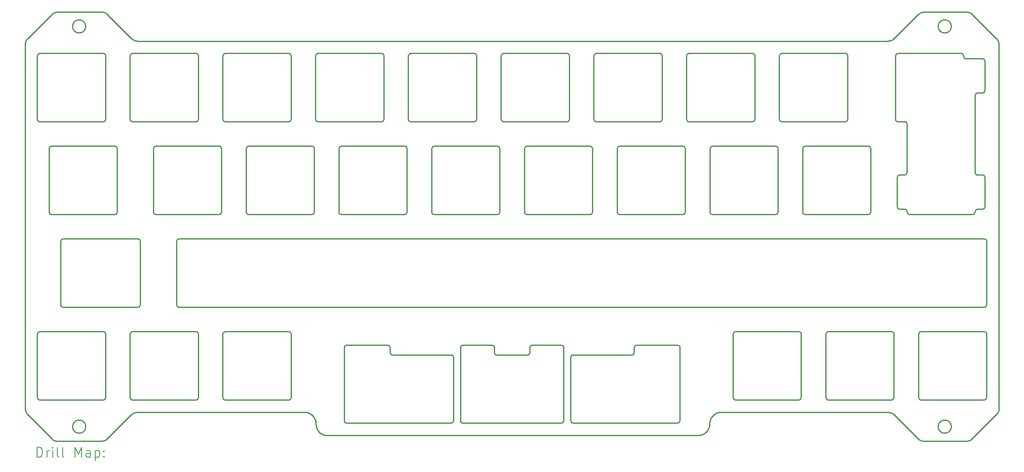
<source format=gbr>
%TF.GenerationSoftware,KiCad,Pcbnew,7.0.6*%
%TF.CreationDate,2023-12-03T00:16:22-05:00*%
%TF.ProjectId,dual-stagger-cutiepie-plate,6475616c-2d73-4746-9167-6765722d6375,rev?*%
%TF.SameCoordinates,PX2fb0968PY80063eb*%
%TF.FileFunction,Drillmap*%
%TF.FilePolarity,Positive*%
%FSLAX45Y45*%
G04 Gerber Fmt 4.5, Leading zero omitted, Abs format (unit mm)*
G04 Created by KiCad (PCBNEW 7.0.6) date 2023-12-03 00:16:22*
%MOMM*%
%LPD*%
G01*
G04 APERTURE LIST*
%ADD10C,0.250000*%
%ADD11C,0.200000*%
G04 APERTURE END LIST*
D10*
X18111914Y4722430D02*
X18104675Y4748357D01*
X18085747Y4766395D01*
X18061914Y4772430D01*
X18111914Y4713730D02*
X18111914Y4722430D01*
X18161914Y4663730D02*
X18135987Y4670969D01*
X18117949Y4689897D01*
X18111914Y4713730D01*
X19461914Y4663730D02*
X18161914Y4663730D01*
X19511914Y4713730D02*
X19504675Y4687803D01*
X19485747Y4669765D01*
X19461914Y4663730D01*
X19511914Y4722430D02*
X19511914Y4713730D01*
X19561914Y4772430D02*
X19535987Y4765192D01*
X19517949Y4746263D01*
X19511914Y4722430D01*
X19661914Y4772430D02*
X19561914Y4772430D01*
X19711914Y4822430D02*
X19704675Y4796503D01*
X19685747Y4778465D01*
X19661914Y4772430D01*
X19711914Y5422430D02*
X19711914Y4822430D01*
X19661914Y5472430D02*
X19687841Y5465192D01*
X19705879Y5446263D01*
X19711914Y5422430D01*
X19561914Y5472430D02*
X19661914Y5472430D01*
X19511914Y5522430D02*
X19519153Y5496503D01*
X19538081Y5478465D01*
X19561914Y5472430D01*
X19511914Y7110030D02*
X19511914Y5522430D01*
X19561914Y7160030D02*
X19535987Y7152791D01*
X19517949Y7133863D01*
X19511914Y7110030D01*
X19661914Y7160030D02*
X19561914Y7160030D01*
X19711914Y7210030D02*
X19704675Y7184103D01*
X19685747Y7166065D01*
X19661914Y7160030D01*
X19711914Y7810030D02*
X19711914Y7210030D01*
X19661914Y7860030D02*
X19687841Y7852791D01*
X19705879Y7833863D01*
X19711914Y7810030D01*
X19323789Y7860030D02*
X19661914Y7860030D01*
X19273789Y7910030D02*
X19281028Y7884103D01*
X19299956Y7866065D01*
X19323789Y7860030D01*
X19273789Y7919230D02*
X19273789Y7910030D01*
X19223789Y7969230D02*
X19249716Y7961991D01*
X19267754Y7943063D01*
X19273789Y7919230D01*
X17923789Y7969230D02*
X19223789Y7969230D01*
X17873789Y7919230D02*
X17881028Y7945157D01*
X17899956Y7963195D01*
X17923789Y7969230D01*
X17873789Y6618730D02*
X17873789Y7919230D01*
X17923789Y6568730D02*
X17897862Y6575969D01*
X17879824Y6594897D01*
X17873789Y6618730D01*
X18061914Y6568730D02*
X17923789Y6568730D01*
X18111914Y6518730D02*
X18104675Y6544657D01*
X18085747Y6562695D01*
X18061914Y6568730D01*
X18111890Y5522726D02*
X18111914Y6518730D01*
X18061890Y5472726D02*
X18087817Y5479965D01*
X18105856Y5498893D01*
X18111890Y5522726D01*
X17961914Y5472680D02*
X18061890Y5472726D01*
X17911914Y5422680D02*
X17919153Y5448607D01*
X17938081Y5466646D01*
X17961914Y5472680D01*
X17961914Y4772680D02*
X18061914Y4772680D01*
X17911914Y4822680D02*
X17919153Y4796754D01*
X17938081Y4778715D01*
X17961914Y4772680D01*
X17911914Y5422680D02*
X17911914Y4822680D01*
X728850Y4109245D02*
X736088Y4135172D01*
X755017Y4153210D01*
X778850Y4159245D01*
X728850Y2809245D02*
X728850Y4109245D01*
X778850Y2759245D02*
X752923Y2766484D01*
X734884Y2785412D01*
X728850Y2809245D01*
X2316950Y2759245D02*
X778850Y2759245D01*
X2366950Y2809245D02*
X2359711Y2783318D01*
X2340783Y2765280D01*
X2316950Y2759245D01*
X2366950Y4109245D02*
X2366950Y2809245D01*
X2316950Y4159245D02*
X2342877Y4152006D01*
X2360915Y4133078D01*
X2366950Y4109245D01*
X778850Y4159245D02*
X2316950Y4159245D01*
X252559Y7919245D02*
X259797Y7945172D01*
X278726Y7963210D01*
X302559Y7969245D01*
X252559Y6619245D02*
X252559Y7919245D01*
X302559Y6569245D02*
X276632Y6576484D01*
X258593Y6595412D01*
X252559Y6619245D01*
X1602559Y6569245D02*
X302559Y6569245D01*
X1652559Y6619245D02*
X1645320Y6593318D01*
X1626392Y6575280D01*
X1602559Y6569245D01*
X1652559Y7919245D02*
X1652559Y6619245D01*
X1602559Y7969245D02*
X1628485Y7962006D01*
X1646524Y7943078D01*
X1652559Y7919245D01*
X302559Y7969245D02*
X1602559Y7969245D01*
X2157559Y7919245D02*
X2164797Y7945172D01*
X2183726Y7963210D01*
X2207559Y7969245D01*
X2157559Y6619245D02*
X2157559Y7919245D01*
X2207559Y6569245D02*
X2181632Y6576484D01*
X2163593Y6595412D01*
X2157559Y6619245D01*
X3507559Y6569245D02*
X2207559Y6569245D01*
X3557559Y6619245D02*
X3550320Y6593318D01*
X3531392Y6575280D01*
X3507559Y6569245D01*
X3557559Y7919245D02*
X3557559Y6619245D01*
X3507559Y7969245D02*
X3533485Y7962006D01*
X3551524Y7943078D01*
X3557559Y7919245D01*
X2207559Y7969245D02*
X3507559Y7969245D01*
X4062519Y7919245D02*
X4069758Y7945172D01*
X4088686Y7963210D01*
X4112519Y7969245D01*
X4062519Y6619245D02*
X4062519Y7919245D01*
X4112519Y6569245D02*
X4086593Y6576484D01*
X4068554Y6595412D01*
X4062519Y6619245D01*
X5412520Y6569245D02*
X4112519Y6569245D01*
X5462520Y6619245D02*
X5455281Y6593318D01*
X5436352Y6575280D01*
X5412520Y6569245D01*
X5462520Y7919245D02*
X5462520Y6619245D01*
X5412520Y7969245D02*
X5438446Y7962006D01*
X5456485Y7943078D01*
X5462520Y7919245D01*
X4112519Y7969245D02*
X5412520Y7969245D01*
X5967559Y7919245D02*
X5974797Y7945172D01*
X5993726Y7963210D01*
X6017559Y7969245D01*
X5967559Y6619245D02*
X5967559Y7919245D01*
X6017559Y6569245D02*
X5991632Y6576484D01*
X5973593Y6595412D01*
X5967559Y6619245D01*
X7317559Y6569245D02*
X6017559Y6569245D01*
X7367559Y6619245D02*
X7360320Y6593318D01*
X7341392Y6575280D01*
X7317559Y6569245D01*
X7367559Y7919245D02*
X7367559Y6619245D01*
X7317559Y7969245D02*
X7343485Y7962006D01*
X7361524Y7943078D01*
X7367559Y7919245D01*
X6017559Y7969245D02*
X7317559Y7969245D01*
X7872559Y7919245D02*
X7879797Y7945172D01*
X7898726Y7963210D01*
X7922559Y7969245D01*
X7872559Y6619245D02*
X7872559Y7919245D01*
X7922559Y6569245D02*
X7896632Y6576484D01*
X7878593Y6595412D01*
X7872559Y6619245D01*
X9222559Y6569245D02*
X7922559Y6569245D01*
X9272559Y6619245D02*
X9265320Y6593318D01*
X9246392Y6575280D01*
X9222559Y6569245D01*
X9272559Y7919245D02*
X9272559Y6619245D01*
X9222559Y7969245D02*
X9248486Y7962006D01*
X9266524Y7943078D01*
X9272559Y7919245D01*
X7922559Y7969245D02*
X9222559Y7969245D01*
X9777520Y7919245D02*
X9784758Y7945172D01*
X9803687Y7963210D01*
X9827520Y7969245D01*
X9777520Y6619245D02*
X9777520Y7919245D01*
X9827520Y6569245D02*
X9801593Y6576484D01*
X9783554Y6595412D01*
X9777520Y6619245D01*
X11127520Y6569245D02*
X9827520Y6569245D01*
X11177520Y6619245D02*
X11170281Y6593318D01*
X11151352Y6575280D01*
X11127520Y6569245D01*
X11177520Y7919245D02*
X11177520Y6619245D01*
X11127520Y7969245D02*
X11153446Y7962006D01*
X11171485Y7943078D01*
X11177520Y7919245D01*
X9827520Y7969245D02*
X11127520Y7969245D01*
X11682559Y7919245D02*
X11689797Y7945172D01*
X11708726Y7963210D01*
X11732559Y7969245D01*
X11682559Y6619245D02*
X11682559Y7919245D01*
X11732559Y6569245D02*
X11706632Y6576484D01*
X11688593Y6595412D01*
X11682559Y6619245D01*
X13032559Y6569245D02*
X11732559Y6569245D01*
X13082559Y6619245D02*
X13075320Y6593318D01*
X13056392Y6575280D01*
X13032559Y6569245D01*
X13082559Y7919245D02*
X13082559Y6619245D01*
X13032559Y7969245D02*
X13058485Y7962006D01*
X13076524Y7943078D01*
X13082559Y7919245D01*
X11732559Y7969245D02*
X13032559Y7969245D01*
X13587559Y7919245D02*
X13594797Y7945172D01*
X13613726Y7963210D01*
X13637559Y7969245D01*
X13587559Y6619245D02*
X13587559Y7919245D01*
X13637559Y6569245D02*
X13611632Y6576484D01*
X13593593Y6595412D01*
X13587559Y6619245D01*
X14937559Y6569245D02*
X13637559Y6569245D01*
X14987559Y6619245D02*
X14980320Y6593318D01*
X14961392Y6575280D01*
X14937559Y6569245D01*
X14987559Y7919245D02*
X14987559Y6619245D01*
X14937559Y7969245D02*
X14963485Y7962006D01*
X14981524Y7943078D01*
X14987559Y7919245D01*
X13637559Y7969245D02*
X14937559Y7969245D01*
X15492519Y7919245D02*
X15499758Y7945172D01*
X15518686Y7963210D01*
X15542519Y7969245D01*
X15492519Y6619245D02*
X15492519Y7919245D01*
X15542519Y6569245D02*
X15516593Y6576484D01*
X15498554Y6595412D01*
X15492519Y6619245D01*
X16842520Y6569245D02*
X15542519Y6569245D01*
X16892520Y6619245D02*
X16885281Y6593318D01*
X16866352Y6575280D01*
X16842520Y6569245D01*
X16892520Y7919245D02*
X16892520Y6619245D01*
X16842520Y7969245D02*
X16868446Y7962006D01*
X16886485Y7943078D01*
X16892520Y7919245D01*
X15542519Y7969245D02*
X16842520Y7969245D01*
X490653Y6014245D02*
X497891Y6040172D01*
X516820Y6058210D01*
X540653Y6064245D01*
X490653Y4714245D02*
X490653Y6014245D01*
X540653Y4664245D02*
X514726Y4671484D01*
X496687Y4690412D01*
X490653Y4714245D01*
X1840653Y4664245D02*
X540653Y4664245D01*
X1890653Y4714245D02*
X1883414Y4688318D01*
X1864485Y4670280D01*
X1840653Y4664245D01*
X1890653Y6014245D02*
X1890653Y4714245D01*
X1840653Y6064245D02*
X1866579Y6057006D01*
X1884618Y6038078D01*
X1890653Y6014245D01*
X540653Y6064245D02*
X1840653Y6064245D01*
X2633809Y6014245D02*
X2641047Y6040172D01*
X2659976Y6058210D01*
X2683809Y6064245D01*
X2633809Y4714245D02*
X2633809Y6014245D01*
X2683809Y4664245D02*
X2657882Y4671484D01*
X2639843Y4690412D01*
X2633809Y4714245D01*
X3983809Y4664245D02*
X2683809Y4664245D01*
X4033809Y4714245D02*
X4026570Y4688318D01*
X4007642Y4670280D01*
X3983809Y4664245D01*
X4033809Y6014245D02*
X4033809Y4714245D01*
X3983809Y6064245D02*
X4009735Y6057006D01*
X4027774Y6038078D01*
X4033809Y6014245D01*
X2683809Y6064245D02*
X3983809Y6064245D01*
X4538770Y6014245D02*
X4546008Y6040172D01*
X4564937Y6058210D01*
X4588770Y6064245D01*
X4538770Y4714245D02*
X4538770Y6014245D01*
X4588770Y4664245D02*
X4562843Y4671484D01*
X4544804Y4690412D01*
X4538770Y4714245D01*
X5888769Y4664245D02*
X4588770Y4664245D01*
X5938769Y4714245D02*
X5931531Y4688318D01*
X5912602Y4670280D01*
X5888769Y4664245D01*
X5938769Y6014245D02*
X5938769Y4714245D01*
X5888769Y6064245D02*
X5914696Y6057006D01*
X5932735Y6038078D01*
X5938769Y6014245D01*
X4588770Y6064245D02*
X5888769Y6064245D01*
X6443809Y6014245D02*
X6451047Y6040172D01*
X6469976Y6058210D01*
X6493809Y6064245D01*
X6443809Y4714245D02*
X6443809Y6014245D01*
X6493809Y4664245D02*
X6467882Y4671484D01*
X6449843Y4690412D01*
X6443809Y4714245D01*
X7793809Y4664245D02*
X6493809Y4664245D01*
X7843809Y4714245D02*
X7836570Y4688318D01*
X7817642Y4670280D01*
X7793809Y4664245D01*
X7843809Y6014245D02*
X7843809Y4714245D01*
X7793809Y6064245D02*
X7819735Y6057006D01*
X7837774Y6038078D01*
X7843809Y6014245D01*
X6493809Y6064245D02*
X7793809Y6064245D01*
X8348809Y6014245D02*
X8356047Y6040172D01*
X8374976Y6058210D01*
X8398809Y6064245D01*
X8348809Y4714245D02*
X8348809Y6014245D01*
X8398809Y4664245D02*
X8372882Y4671484D01*
X8354843Y4690412D01*
X8348809Y4714245D01*
X9698809Y4664245D02*
X8398809Y4664245D01*
X9748809Y4714245D02*
X9741570Y4688318D01*
X9722642Y4670280D01*
X9698809Y4664245D01*
X9748809Y6014245D02*
X9748809Y4714245D01*
X9698809Y6064245D02*
X9724736Y6057006D01*
X9742774Y6038078D01*
X9748809Y6014245D01*
X8398809Y6064245D02*
X9698809Y6064245D01*
X10253770Y6014245D02*
X10261008Y6040172D01*
X10279937Y6058210D01*
X10303770Y6064245D01*
X10253770Y4714245D02*
X10253770Y6014245D01*
X10303770Y4664245D02*
X10277843Y4671484D01*
X10259804Y4690412D01*
X10253770Y4714245D01*
X11603769Y4664245D02*
X10303770Y4664245D01*
X11653769Y4714245D02*
X11646531Y4688318D01*
X11627602Y4670280D01*
X11603769Y4664245D01*
X11653769Y6014245D02*
X11653769Y4714245D01*
X11603769Y6064245D02*
X11629696Y6057006D01*
X11647735Y6038078D01*
X11653769Y6014245D01*
X10303770Y6064245D02*
X11603769Y6064245D01*
X12158809Y6014245D02*
X12166047Y6040172D01*
X12184976Y6058210D01*
X12208809Y6064245D01*
X12158809Y4714245D02*
X12158809Y6014245D01*
X12208809Y4664245D02*
X12182882Y4671484D01*
X12164843Y4690412D01*
X12158809Y4714245D01*
X13508809Y4664245D02*
X12208809Y4664245D01*
X13558809Y4714245D02*
X13551570Y4688318D01*
X13532642Y4670280D01*
X13508809Y4664245D01*
X13558809Y6014245D02*
X13558809Y4714245D01*
X13508809Y6064245D02*
X13534735Y6057006D01*
X13552774Y6038078D01*
X13558809Y6014245D01*
X12208809Y6064245D02*
X13508809Y6064245D01*
X14063809Y6014245D02*
X14071047Y6040172D01*
X14089976Y6058210D01*
X14113809Y6064245D01*
X14063809Y4714245D02*
X14063809Y6014245D01*
X14113809Y4664245D02*
X14087882Y4671484D01*
X14069843Y4690412D01*
X14063809Y4714245D01*
X15413809Y4664245D02*
X14113809Y4664245D01*
X15463809Y4714245D02*
X15456570Y4688318D01*
X15437642Y4670280D01*
X15413809Y4664245D01*
X15463809Y6014245D02*
X15463809Y4714245D01*
X15413809Y6064245D02*
X15439735Y6057006D01*
X15457774Y6038078D01*
X15463809Y6014245D01*
X14113809Y6064245D02*
X15413809Y6064245D01*
X15968769Y6014245D02*
X15976008Y6040172D01*
X15994936Y6058210D01*
X16018769Y6064245D01*
X15968769Y4714245D02*
X15968769Y6014245D01*
X16018769Y4664245D02*
X15992843Y4671484D01*
X15974804Y4690412D01*
X15968769Y4714245D01*
X17318770Y4664245D02*
X16018769Y4664245D01*
X17368770Y4714245D02*
X17361531Y4688318D01*
X17342602Y4670280D01*
X17318770Y4664245D01*
X17368770Y6014245D02*
X17368770Y4714245D01*
X17318770Y6064245D02*
X17344696Y6057006D01*
X17362735Y6038078D01*
X17368770Y6014245D01*
X16018769Y6064245D02*
X17318770Y6064245D01*
X252559Y2204245D02*
X259797Y2230172D01*
X278726Y2248210D01*
X302559Y2254245D01*
X252559Y904245D02*
X252559Y2204245D01*
X302559Y854245D02*
X276632Y861484D01*
X258593Y880412D01*
X252559Y904245D01*
X1602559Y854245D02*
X302559Y854245D01*
X1652559Y904245D02*
X1645320Y878318D01*
X1626392Y860280D01*
X1602559Y854245D01*
X1652559Y2204245D02*
X1652559Y904245D01*
X1602559Y2254245D02*
X1628485Y2247006D01*
X1646524Y2228078D01*
X1652559Y2204245D01*
X302559Y2254245D02*
X1602559Y2254245D01*
X2157559Y2204245D02*
X2164797Y2230172D01*
X2183726Y2248210D01*
X2207559Y2254245D01*
X2157559Y904245D02*
X2157559Y2204245D01*
X2207559Y854245D02*
X2181632Y861484D01*
X2163593Y880412D01*
X2157559Y904245D01*
X3507559Y854245D02*
X2207559Y854245D01*
X3557559Y904245D02*
X3550320Y878318D01*
X3531392Y860280D01*
X3507559Y854245D01*
X3557559Y2204245D02*
X3557559Y904245D01*
X3507559Y2254245D02*
X3533485Y2247006D01*
X3551524Y2228078D01*
X3557559Y2204245D01*
X2207559Y2254245D02*
X3507559Y2254245D01*
X4062519Y2204245D02*
X4069758Y2230172D01*
X4088686Y2248210D01*
X4112519Y2254245D01*
X4062519Y904245D02*
X4062519Y2204245D01*
X4112519Y854245D02*
X4086593Y861484D01*
X4068554Y880412D01*
X4062519Y904245D01*
X5412520Y854245D02*
X4112519Y854245D01*
X5462520Y904245D02*
X5455281Y878318D01*
X5436352Y860280D01*
X5412520Y854245D01*
X5462520Y2204245D02*
X5462520Y904245D01*
X5412520Y2254245D02*
X5438446Y2247006D01*
X5456485Y2228078D01*
X5462520Y2204245D01*
X4112519Y2254245D02*
X5412520Y2254245D01*
X14540039Y2204245D02*
X14547278Y2230172D01*
X14566206Y2248210D01*
X14590039Y2254245D01*
X14540039Y904245D02*
X14540039Y2204245D01*
X14590039Y854245D02*
X14564112Y861484D01*
X14546074Y880412D01*
X14540039Y904245D01*
X15890039Y854245D02*
X14590039Y854245D01*
X15940039Y904245D02*
X15932800Y878318D01*
X15913872Y860280D01*
X15890039Y854245D01*
X15940039Y2204245D02*
X15940039Y904245D01*
X15890039Y2254245D02*
X15915966Y2247006D01*
X15934004Y2228078D01*
X15940039Y2204245D01*
X14590039Y2254245D02*
X15890039Y2254245D01*
X16445039Y2204245D02*
X16452278Y2230172D01*
X16471206Y2248210D01*
X16495039Y2254245D01*
X16445039Y904245D02*
X16445039Y2204245D01*
X16495039Y854245D02*
X16469112Y861484D01*
X16451074Y880412D01*
X16445039Y904245D01*
X17795039Y854245D02*
X16495039Y854245D01*
X17845039Y904245D02*
X17837800Y878318D01*
X17818872Y860280D01*
X17795039Y854245D01*
X17845039Y2204245D02*
X17845039Y904245D01*
X17795039Y2254245D02*
X17820966Y2247006D01*
X17839004Y2228078D01*
X17845039Y2204245D01*
X16495039Y2254245D02*
X17795039Y2254245D01*
X18350000Y2204245D02*
X18357238Y2230172D01*
X18376167Y2248210D01*
X18400000Y2254245D01*
X18350000Y904245D02*
X18350000Y2204245D01*
X18400000Y854245D02*
X18374073Y861484D01*
X18356035Y880412D01*
X18350000Y904245D01*
X19700000Y854245D02*
X18400000Y854245D01*
X19750000Y904245D02*
X19742761Y878318D01*
X19723833Y860280D01*
X19700000Y854245D01*
X19750000Y2204245D02*
X19750000Y904245D01*
X19700000Y2254245D02*
X19725927Y2247006D01*
X19743965Y2228078D01*
X19750000Y2204245D01*
X18400000Y2254245D02*
X19700000Y2254245D01*
X3110000Y4109245D02*
X3117238Y4135172D01*
X3136167Y4153210D01*
X3160000Y4159245D01*
X3110000Y2809245D02*
X3110000Y4109245D01*
X3160000Y2759245D02*
X3134073Y2766484D01*
X3116034Y2785412D01*
X3110000Y2809245D01*
X19700000Y2759245D02*
X3160000Y2759245D01*
X19750000Y2809245D02*
X19742761Y2783318D01*
X19723833Y2765280D01*
X19700000Y2759245D01*
X19750000Y4109245D02*
X19750000Y2809245D01*
X19700000Y4159245D02*
X19725927Y4152006D01*
X19743965Y4133078D01*
X19750000Y4109245D01*
X3160000Y4159245D02*
X19700000Y4159245D01*
X19025662Y301572D02*
G75*
G03*
X19025662Y301572I-135000J0D01*
G01*
X1246893Y301545D02*
G75*
G03*
X1246893Y301545I-135000J0D01*
G01*
X1246893Y8521735D02*
G75*
G03*
X1246893Y8521735I-135000J0D01*
G01*
X19025662Y8521733D02*
G75*
G03*
X19025662Y8521733I-135000J0D01*
G01*
X7493800Y1927480D02*
X7493800Y1827980D01*
X7443800Y1977480D02*
X7469727Y1970241D01*
X7487765Y1951313D01*
X7493800Y1927480D01*
X7443800Y1977980D02*
X7443800Y1977480D01*
X6602500Y1977980D02*
X7443800Y1977980D01*
X6552500Y1927980D02*
X6559738Y1953907D01*
X6578667Y1971945D01*
X6602500Y1977980D01*
X6552500Y427980D02*
X6552500Y1927980D01*
X6602500Y377980D02*
X6576573Y385219D01*
X6558534Y404147D01*
X6552500Y427980D01*
X8746300Y377980D02*
X6602500Y377980D01*
X8796300Y427980D02*
X8789061Y402053D01*
X8770133Y384015D01*
X8746300Y377980D01*
X8796300Y1727980D02*
X8796300Y427980D01*
X8746300Y1777980D02*
X8772227Y1770741D01*
X8790265Y1751813D01*
X8796300Y1727980D01*
X7543800Y1777980D02*
X8746300Y1777980D01*
X7493800Y1827980D02*
X7501038Y1802053D01*
X7519967Y1784015D01*
X7543800Y1777980D01*
X39Y8138892D02*
X39Y4423857D01*
X58618Y8280313D02*
X39284Y8257880D01*
X23600Y8233070D01*
X11750Y8206327D01*
X3917Y8178092D01*
X285Y8148810D01*
X39Y8138892D01*
X541460Y8763156D02*
X58618Y8280313D01*
X682882Y8821735D02*
X653348Y8819543D01*
X624715Y8813090D01*
X597425Y8802559D01*
X571922Y8788133D01*
X548647Y8769995D01*
X541460Y8763156D01*
X1557197Y8821735D02*
X682882Y8821735D01*
X1698618Y8763156D02*
X1676184Y8782490D01*
X1651375Y8798174D01*
X1624631Y8810023D01*
X1596397Y8817856D01*
X1567114Y8821489D01*
X1557197Y8821735D01*
X2181461Y8280313D02*
X1698618Y8763156D01*
X2322882Y8221735D02*
X2293348Y8223927D01*
X2264715Y8230380D01*
X2237425Y8240911D01*
X2211922Y8255337D01*
X2188647Y8273475D01*
X2181461Y8280313D01*
X17712196Y8221731D02*
X2322882Y8221735D01*
X17853618Y8280309D02*
X17831184Y8260975D01*
X17806375Y8245292D01*
X17779631Y8233442D01*
X17751397Y8225609D01*
X17722114Y8221976D01*
X17712196Y8221731D01*
X18336465Y8763156D02*
X17853618Y8280309D01*
X18477886Y8821735D02*
X18448352Y8819543D01*
X18419719Y8813090D01*
X18392429Y8802559D01*
X18366926Y8788133D01*
X18343651Y8769995D01*
X18336465Y8763156D01*
X19319731Y8821735D02*
X18477886Y8821735D01*
X19461152Y8763156D02*
X19438718Y8782490D01*
X19413909Y8798174D01*
X19387165Y8810023D01*
X19358931Y8817856D01*
X19329648Y8821489D01*
X19319731Y8821735D01*
X19943998Y8280310D02*
X19461152Y8763156D01*
X20002577Y8138889D02*
X20000385Y8168423D01*
X19993932Y8197056D01*
X19983401Y8224346D01*
X19968974Y8249849D01*
X19950837Y8273124D01*
X19943998Y8280310D01*
X20002538Y684405D02*
X20002577Y8138889D01*
X19943957Y542984D02*
X19963291Y565418D01*
X19978975Y590227D01*
X19990825Y616970D01*
X19998659Y645205D01*
X20002292Y674488D01*
X20002538Y684405D01*
X19461106Y60143D02*
X19943957Y542984D01*
X19319684Y1566D02*
X19349218Y3758D01*
X19377852Y10211D01*
X19405141Y20742D01*
X19430645Y35167D01*
X19453920Y53304D01*
X19461106Y60143D01*
X18477840Y1575D02*
X19319684Y1566D01*
X18336419Y60155D02*
X18358852Y40821D01*
X18383662Y25137D01*
X18410405Y13287D01*
X18438640Y5454D01*
X18467922Y1821D01*
X18477840Y1575D01*
X17853439Y543145D02*
X18336419Y60155D01*
X17712017Y601725D02*
X17741551Y599533D01*
X17770184Y593080D01*
X17797474Y582548D01*
X17822978Y568122D01*
X17846253Y549984D01*
X17853439Y543145D01*
X14307111Y601730D02*
X17712017Y601725D01*
X14057111Y351730D02*
X14058402Y377292D01*
X14062190Y402114D01*
X14072281Y437689D01*
X14087285Y470895D01*
X14106777Y501309D01*
X14130335Y528507D01*
X14157532Y552064D01*
X14187946Y571557D01*
X14221153Y586560D01*
X14256728Y596651D01*
X14281550Y600440D01*
X14307111Y601730D01*
X14057111Y351727D02*
X14057111Y351730D01*
X13830939Y125558D02*
X13865382Y128164D01*
X13898195Y135726D01*
X13928993Y147861D01*
X13957393Y164184D01*
X13983011Y184312D01*
X14005463Y207862D01*
X14024366Y234450D01*
X14039336Y263692D01*
X14049990Y295204D01*
X14055943Y328603D01*
X14057111Y351727D01*
X6201488Y125558D02*
X13830939Y125558D01*
X5975316Y351730D02*
X5977922Y317286D01*
X5985484Y284473D01*
X5997619Y253675D01*
X6013943Y225275D01*
X6034071Y199657D01*
X6057622Y177205D01*
X6084210Y158302D01*
X6113452Y143332D01*
X6144964Y132678D01*
X6178363Y126726D01*
X6201488Y125558D01*
X5725316Y601730D02*
X5750877Y600439D01*
X5775700Y596651D01*
X5811274Y586560D01*
X5844481Y571557D01*
X5874895Y552064D01*
X5902093Y528507D01*
X5925650Y501309D01*
X5945142Y470895D01*
X5960146Y437688D01*
X5970237Y402114D01*
X5974025Y377291D01*
X5975316Y351730D01*
X2320411Y601730D02*
X5725316Y601730D01*
X2181421Y543168D02*
X2203482Y562224D01*
X2227856Y577751D01*
X2254124Y589569D01*
X2281864Y597503D01*
X2310653Y601374D01*
X2320411Y601730D01*
X1698572Y60329D02*
X2181421Y543168D01*
X1557150Y1752D02*
X1586684Y3944D01*
X1615317Y10397D01*
X1642607Y20928D01*
X1668111Y35353D01*
X1691386Y53490D01*
X1698572Y60329D01*
X682836Y1761D02*
X1557150Y1752D01*
X541415Y60341D02*
X563848Y41007D01*
X588658Y25324D01*
X615401Y13473D01*
X643635Y5640D01*
X672918Y2007D01*
X682836Y1761D01*
X58577Y543189D02*
X541415Y60341D01*
X0Y684611D02*
X2192Y655077D01*
X8644Y626444D01*
X19175Y599154D01*
X33601Y573651D01*
X51738Y550376D01*
X58577Y543189D01*
X39Y4423857D02*
X0Y684611D01*
X11256289Y1777980D02*
X12458789Y1777980D01*
X11206289Y1727980D02*
X11213528Y1753907D01*
X11232456Y1771945D01*
X11256289Y1777980D01*
X11206289Y427980D02*
X11206289Y1727980D01*
X11256289Y377980D02*
X11230362Y385219D01*
X11212324Y404147D01*
X11206289Y427980D01*
X13400089Y377980D02*
X11256289Y377980D01*
X13450089Y427980D02*
X13442850Y402053D01*
X13423922Y384015D01*
X13400089Y377980D01*
X13450089Y1927980D02*
X13450089Y427980D01*
X13400089Y1977980D02*
X13426016Y1970741D01*
X13444054Y1951813D01*
X13450089Y1927980D01*
X13400089Y1977480D02*
X13400089Y1977980D01*
X12558789Y1977480D02*
X13400089Y1977480D01*
X12508789Y1927480D02*
X12516028Y1953407D01*
X12534956Y1971445D01*
X12558789Y1977480D01*
X12508789Y1827980D02*
X12508789Y1927480D01*
X12458789Y1777980D02*
X12484716Y1785219D01*
X12502754Y1804147D01*
X12508789Y1827980D01*
X9690089Y1777480D02*
X10312489Y1777480D01*
X9640089Y1827480D02*
X9647328Y1801553D01*
X9666256Y1783515D01*
X9690089Y1777480D01*
X9640089Y1927980D02*
X9640089Y1827480D01*
X9590089Y1977980D02*
X9616016Y1970741D01*
X9634054Y1951813D01*
X9640089Y1927980D01*
X8990089Y1977980D02*
X9590089Y1977980D01*
X8940089Y1927980D02*
X8947328Y1953907D01*
X8966256Y1971945D01*
X8990089Y1977980D01*
X8940089Y427980D02*
X8940089Y1927980D01*
X8990089Y377980D02*
X8964162Y385219D01*
X8946124Y404147D01*
X8940089Y427980D01*
X11012489Y377980D02*
X8990089Y377980D01*
X11062489Y427980D02*
X11055250Y402053D01*
X11036322Y384015D01*
X11012489Y377980D01*
X11062489Y1927980D02*
X11062489Y427980D01*
X11012489Y1977980D02*
X11038416Y1970741D01*
X11056454Y1951813D01*
X11062489Y1927980D01*
X10412489Y1977980D02*
X11012489Y1977980D01*
X10362489Y1927980D02*
X10369728Y1953907D01*
X10388656Y1971945D01*
X10412489Y1977980D01*
X10362489Y1827480D02*
X10362489Y1927980D01*
X10312489Y1777480D02*
X10338416Y1784719D01*
X10356454Y1803647D01*
X10362489Y1827480D01*
D11*
X248276Y-322418D02*
X248276Y-122418D01*
X248276Y-122418D02*
X295895Y-122418D01*
X295895Y-122418D02*
X324467Y-131942D01*
X324467Y-131942D02*
X343514Y-150990D01*
X343514Y-150990D02*
X353038Y-170037D01*
X353038Y-170037D02*
X362562Y-208132D01*
X362562Y-208132D02*
X362562Y-236704D01*
X362562Y-236704D02*
X353038Y-274799D01*
X353038Y-274799D02*
X343514Y-293847D01*
X343514Y-293847D02*
X324467Y-312895D01*
X324467Y-312895D02*
X295895Y-322418D01*
X295895Y-322418D02*
X248276Y-322418D01*
X448276Y-322418D02*
X448276Y-189085D01*
X448276Y-227180D02*
X457800Y-208132D01*
X457800Y-208132D02*
X467324Y-198609D01*
X467324Y-198609D02*
X486371Y-189085D01*
X486371Y-189085D02*
X505419Y-189085D01*
X572086Y-322418D02*
X572086Y-189085D01*
X572086Y-122418D02*
X562562Y-131942D01*
X562562Y-131942D02*
X572086Y-141466D01*
X572086Y-141466D02*
X581610Y-131942D01*
X581610Y-131942D02*
X572086Y-122418D01*
X572086Y-122418D02*
X572086Y-141466D01*
X695895Y-322418D02*
X676848Y-312895D01*
X676848Y-312895D02*
X667324Y-293847D01*
X667324Y-293847D02*
X667324Y-122418D01*
X800657Y-322418D02*
X781610Y-312895D01*
X781610Y-312895D02*
X772086Y-293847D01*
X772086Y-293847D02*
X772086Y-122418D01*
X1029229Y-322418D02*
X1029229Y-122418D01*
X1029229Y-122418D02*
X1095895Y-265275D01*
X1095895Y-265275D02*
X1162562Y-122418D01*
X1162562Y-122418D02*
X1162562Y-322418D01*
X1343514Y-322418D02*
X1343514Y-217656D01*
X1343514Y-217656D02*
X1333991Y-198609D01*
X1333991Y-198609D02*
X1314943Y-189085D01*
X1314943Y-189085D02*
X1276848Y-189085D01*
X1276848Y-189085D02*
X1257800Y-198609D01*
X1343514Y-312895D02*
X1324467Y-322418D01*
X1324467Y-322418D02*
X1276848Y-322418D01*
X1276848Y-322418D02*
X1257800Y-312895D01*
X1257800Y-312895D02*
X1248276Y-293847D01*
X1248276Y-293847D02*
X1248276Y-274799D01*
X1248276Y-274799D02*
X1257800Y-255752D01*
X1257800Y-255752D02*
X1276848Y-246228D01*
X1276848Y-246228D02*
X1324467Y-246228D01*
X1324467Y-246228D02*
X1343514Y-236704D01*
X1438752Y-189085D02*
X1438752Y-389085D01*
X1438752Y-198609D02*
X1457800Y-189085D01*
X1457800Y-189085D02*
X1495895Y-189085D01*
X1495895Y-189085D02*
X1514943Y-198609D01*
X1514943Y-198609D02*
X1524467Y-208132D01*
X1524467Y-208132D02*
X1533991Y-227180D01*
X1533991Y-227180D02*
X1533991Y-284323D01*
X1533991Y-284323D02*
X1524467Y-303371D01*
X1524467Y-303371D02*
X1514943Y-312895D01*
X1514943Y-312895D02*
X1495895Y-322418D01*
X1495895Y-322418D02*
X1457800Y-322418D01*
X1457800Y-322418D02*
X1438752Y-312895D01*
X1619705Y-303371D02*
X1629229Y-312895D01*
X1629229Y-312895D02*
X1619705Y-322418D01*
X1619705Y-322418D02*
X1610181Y-312895D01*
X1610181Y-312895D02*
X1619705Y-303371D01*
X1619705Y-303371D02*
X1619705Y-322418D01*
X1619705Y-198609D02*
X1629229Y-208132D01*
X1629229Y-208132D02*
X1619705Y-217656D01*
X1619705Y-217656D02*
X1610181Y-208132D01*
X1610181Y-208132D02*
X1619705Y-198609D01*
X1619705Y-198609D02*
X1619705Y-217656D01*
M02*

</source>
